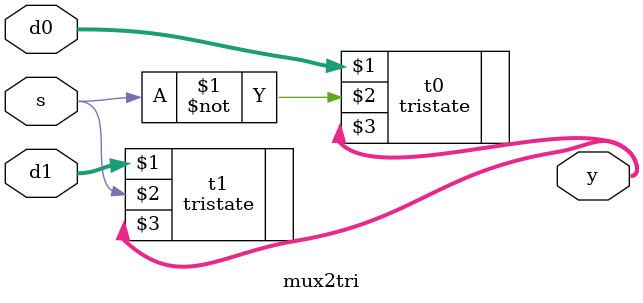
<source format=sv>
module mux2tri(	input logic [3:0] d0,d1,
						input logic s,
						output tri [3:0] y);
		tristate t0(d0,~s,y);
		tristate t1(d1,s,y);
endmodule
//multiplexor de 2 pero ahora con tri estados
</source>
